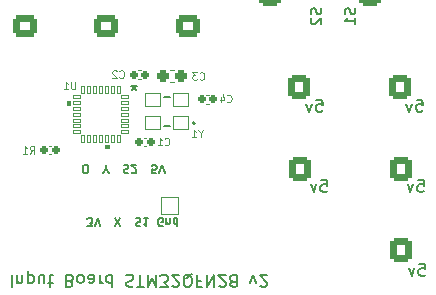
<source format=gbr>
%TF.GenerationSoftware,KiCad,Pcbnew,7.0.7*%
%TF.CreationDate,2023-09-01T18:47:46-05:00*%
%TF.ProjectId,ControlPanelSTM32QFN28,436f6e74-726f-46c5-9061-6e656c53544d,rev?*%
%TF.SameCoordinates,Original*%
%TF.FileFunction,Legend,Bot*%
%TF.FilePolarity,Positive*%
%FSLAX46Y46*%
G04 Gerber Fmt 4.6, Leading zero omitted, Abs format (unit mm)*
G04 Created by KiCad (PCBNEW 7.0.7) date 2023-09-01 18:47:46*
%MOMM*%
%LPD*%
G01*
G04 APERTURE LIST*
G04 Aperture macros list*
%AMRoundRect*
0 Rectangle with rounded corners*
0 $1 Rounding radius*
0 $2 $3 $4 $5 $6 $7 $8 $9 X,Y pos of 4 corners*
0 Add a 4 corners polygon primitive as box body*
4,1,4,$2,$3,$4,$5,$6,$7,$8,$9,$2,$3,0*
0 Add four circle primitives for the rounded corners*
1,1,$1+$1,$2,$3*
1,1,$1+$1,$4,$5*
1,1,$1+$1,$6,$7*
1,1,$1+$1,$8,$9*
0 Add four rect primitives between the rounded corners*
20,1,$1+$1,$2,$3,$4,$5,0*
20,1,$1+$1,$4,$5,$6,$7,0*
20,1,$1+$1,$6,$7,$8,$9,0*
20,1,$1+$1,$8,$9,$2,$3,0*%
G04 Aperture macros list end*
%ADD10C,0.175000*%
%ADD11C,0.152400*%
%ADD12C,0.187500*%
%ADD13C,0.101600*%
%ADD14C,0.150000*%
%ADD15C,0.120000*%
%ADD16C,0.127000*%
%ADD17C,0.200000*%
%ADD18C,0.100000*%
%ADD19RoundRect,0.191000X-0.140000X-0.170000X0.140000X-0.170000X0.140000X0.170000X-0.140000X0.170000X0*%
%ADD20RoundRect,0.191000X0.140000X0.170000X-0.140000X0.170000X-0.140000X-0.170000X0.140000X-0.170000X0*%
%ADD21RoundRect,0.276000X0.225000X0.250000X-0.225000X0.250000X-0.225000X-0.250000X0.225000X-0.250000X0*%
%ADD22C,1.092600*%
%ADD23C,3.102000*%
%ADD24RoundRect,0.301000X-0.600000X-0.750000X0.600000X-0.750000X0.600000X0.750000X-0.600000X0.750000X0*%
%ADD25O,1.802000X2.102000*%
%ADD26RoundRect,0.301000X0.600000X0.750000X-0.600000X0.750000X-0.600000X-0.750000X0.600000X-0.750000X0*%
%ADD27C,3.352000*%
%ADD28RoundRect,0.051000X-0.750000X-0.750000X0.750000X-0.750000X0.750000X0.750000X-0.750000X0.750000X0*%
%ADD29C,1.602000*%
%ADD30O,1.361000X2.464000*%
%ADD31RoundRect,0.301000X0.750000X-0.600000X0.750000X0.600000X-0.750000X0.600000X-0.750000X-0.600000X0*%
%ADD32O,2.102000X1.802000*%
%ADD33RoundRect,0.051000X0.650000X0.550000X-0.650000X0.550000X-0.650000X-0.550000X0.650000X-0.550000X0*%
%ADD34RoundRect,0.051000X0.299974X-0.149987X0.299974X0.149987X-0.299974X0.149987X-0.299974X-0.149987X0*%
%ADD35RoundRect,0.051000X0.149987X0.299974X-0.149987X0.299974X-0.149987X-0.299974X0.149987X-0.299974X0*%
G04 APERTURE END LIST*
D10*
X146759200Y-108176266D02*
X147192533Y-108176266D01*
X147192533Y-108176266D02*
X146959200Y-107909600D01*
X146959200Y-107909600D02*
X147059200Y-107909600D01*
X147059200Y-107909600D02*
X147125866Y-107876266D01*
X147125866Y-107876266D02*
X147159200Y-107842933D01*
X147159200Y-107842933D02*
X147192533Y-107776266D01*
X147192533Y-107776266D02*
X147192533Y-107609600D01*
X147192533Y-107609600D02*
X147159200Y-107542933D01*
X147159200Y-107542933D02*
X147125866Y-107509600D01*
X147125866Y-107509600D02*
X147059200Y-107476266D01*
X147059200Y-107476266D02*
X146859200Y-107476266D01*
X146859200Y-107476266D02*
X146792533Y-107509600D01*
X146792533Y-107509600D02*
X146759200Y-107542933D01*
X147392533Y-108176266D02*
X147625867Y-107476266D01*
X147625867Y-107476266D02*
X147859200Y-108176266D01*
X149092533Y-108176266D02*
X149559199Y-107476266D01*
X149559199Y-108176266D02*
X149092533Y-107476266D01*
X150859199Y-107509600D02*
X150959199Y-107476266D01*
X150959199Y-107476266D02*
X151125866Y-107476266D01*
X151125866Y-107476266D02*
X151192532Y-107509600D01*
X151192532Y-107509600D02*
X151225866Y-107542933D01*
X151225866Y-107542933D02*
X151259199Y-107609600D01*
X151259199Y-107609600D02*
X151259199Y-107676266D01*
X151259199Y-107676266D02*
X151225866Y-107742933D01*
X151225866Y-107742933D02*
X151192532Y-107776266D01*
X151192532Y-107776266D02*
X151125866Y-107809600D01*
X151125866Y-107809600D02*
X150992532Y-107842933D01*
X150992532Y-107842933D02*
X150925866Y-107876266D01*
X150925866Y-107876266D02*
X150892532Y-107909600D01*
X150892532Y-107909600D02*
X150859199Y-107976266D01*
X150859199Y-107976266D02*
X150859199Y-108042933D01*
X150859199Y-108042933D02*
X150892532Y-108109600D01*
X150892532Y-108109600D02*
X150925866Y-108142933D01*
X150925866Y-108142933D02*
X150992532Y-108176266D01*
X150992532Y-108176266D02*
X151159199Y-108176266D01*
X151159199Y-108176266D02*
X151259199Y-108142933D01*
X151925866Y-107476266D02*
X151525866Y-107476266D01*
X151725866Y-107476266D02*
X151725866Y-108176266D01*
X151725866Y-108176266D02*
X151659199Y-108076266D01*
X151659199Y-108076266D02*
X151592533Y-108009600D01*
X151592533Y-108009600D02*
X151525866Y-107976266D01*
X153125866Y-108142933D02*
X153059199Y-108176266D01*
X153059199Y-108176266D02*
X152959199Y-108176266D01*
X152959199Y-108176266D02*
X152859199Y-108142933D01*
X152859199Y-108142933D02*
X152792533Y-108076266D01*
X152792533Y-108076266D02*
X152759199Y-108009600D01*
X152759199Y-108009600D02*
X152725866Y-107876266D01*
X152725866Y-107876266D02*
X152725866Y-107776266D01*
X152725866Y-107776266D02*
X152759199Y-107642933D01*
X152759199Y-107642933D02*
X152792533Y-107576266D01*
X152792533Y-107576266D02*
X152859199Y-107509600D01*
X152859199Y-107509600D02*
X152959199Y-107476266D01*
X152959199Y-107476266D02*
X153025866Y-107476266D01*
X153025866Y-107476266D02*
X153125866Y-107509600D01*
X153125866Y-107509600D02*
X153159199Y-107542933D01*
X153159199Y-107542933D02*
X153159199Y-107776266D01*
X153159199Y-107776266D02*
X153025866Y-107776266D01*
X153459199Y-107942933D02*
X153459199Y-107476266D01*
X153459199Y-107876266D02*
X153492533Y-107909600D01*
X153492533Y-107909600D02*
X153559199Y-107942933D01*
X153559199Y-107942933D02*
X153659199Y-107942933D01*
X153659199Y-107942933D02*
X153725866Y-107909600D01*
X153725866Y-107909600D02*
X153759199Y-107842933D01*
X153759199Y-107842933D02*
X153759199Y-107476266D01*
X154392532Y-107476266D02*
X154392532Y-108176266D01*
X154392532Y-107509600D02*
X154325866Y-107476266D01*
X154325866Y-107476266D02*
X154192532Y-107476266D01*
X154192532Y-107476266D02*
X154125866Y-107509600D01*
X154125866Y-107509600D02*
X154092532Y-107542933D01*
X154092532Y-107542933D02*
X154059199Y-107609600D01*
X154059199Y-107609600D02*
X154059199Y-107809600D01*
X154059199Y-107809600D02*
X154092532Y-107876266D01*
X154092532Y-107876266D02*
X154125866Y-107909600D01*
X154125866Y-107909600D02*
X154192532Y-107942933D01*
X154192532Y-107942933D02*
X154325866Y-107942933D01*
X154325866Y-107942933D02*
X154392532Y-107909600D01*
X146542534Y-103668266D02*
X146675867Y-103668266D01*
X146675867Y-103668266D02*
X146742534Y-103634933D01*
X146742534Y-103634933D02*
X146809200Y-103568266D01*
X146809200Y-103568266D02*
X146842534Y-103434933D01*
X146842534Y-103434933D02*
X146842534Y-103201600D01*
X146842534Y-103201600D02*
X146809200Y-103068266D01*
X146809200Y-103068266D02*
X146742534Y-103001600D01*
X146742534Y-103001600D02*
X146675867Y-102968266D01*
X146675867Y-102968266D02*
X146542534Y-102968266D01*
X146542534Y-102968266D02*
X146475867Y-103001600D01*
X146475867Y-103001600D02*
X146409200Y-103068266D01*
X146409200Y-103068266D02*
X146375867Y-103201600D01*
X146375867Y-103201600D02*
X146375867Y-103434933D01*
X146375867Y-103434933D02*
X146409200Y-103568266D01*
X146409200Y-103568266D02*
X146475867Y-103634933D01*
X146475867Y-103634933D02*
X146542534Y-103668266D01*
X148342533Y-103301600D02*
X148342533Y-102968266D01*
X148109199Y-103668266D02*
X148342533Y-103301600D01*
X148342533Y-103301600D02*
X148575866Y-103668266D01*
X149842532Y-103001600D02*
X149942532Y-102968266D01*
X149942532Y-102968266D02*
X150109199Y-102968266D01*
X150109199Y-102968266D02*
X150175865Y-103001600D01*
X150175865Y-103001600D02*
X150209199Y-103034933D01*
X150209199Y-103034933D02*
X150242532Y-103101600D01*
X150242532Y-103101600D02*
X150242532Y-103168266D01*
X150242532Y-103168266D02*
X150209199Y-103234933D01*
X150209199Y-103234933D02*
X150175865Y-103268266D01*
X150175865Y-103268266D02*
X150109199Y-103301600D01*
X150109199Y-103301600D02*
X149975865Y-103334933D01*
X149975865Y-103334933D02*
X149909199Y-103368266D01*
X149909199Y-103368266D02*
X149875865Y-103401600D01*
X149875865Y-103401600D02*
X149842532Y-103468266D01*
X149842532Y-103468266D02*
X149842532Y-103534933D01*
X149842532Y-103534933D02*
X149875865Y-103601600D01*
X149875865Y-103601600D02*
X149909199Y-103634933D01*
X149909199Y-103634933D02*
X149975865Y-103668266D01*
X149975865Y-103668266D02*
X150142532Y-103668266D01*
X150142532Y-103668266D02*
X150242532Y-103634933D01*
X150509199Y-103601600D02*
X150542532Y-103634933D01*
X150542532Y-103634933D02*
X150609199Y-103668266D01*
X150609199Y-103668266D02*
X150775866Y-103668266D01*
X150775866Y-103668266D02*
X150842532Y-103634933D01*
X150842532Y-103634933D02*
X150875866Y-103601600D01*
X150875866Y-103601600D02*
X150909199Y-103534933D01*
X150909199Y-103534933D02*
X150909199Y-103468266D01*
X150909199Y-103468266D02*
X150875866Y-103368266D01*
X150875866Y-103368266D02*
X150475866Y-102968266D01*
X150475866Y-102968266D02*
X150909199Y-102968266D01*
X152609199Y-103668266D02*
X152275865Y-103668266D01*
X152275865Y-103668266D02*
X152242532Y-103334933D01*
X152242532Y-103334933D02*
X152275865Y-103368266D01*
X152275865Y-103368266D02*
X152342532Y-103401600D01*
X152342532Y-103401600D02*
X152509199Y-103401600D01*
X152509199Y-103401600D02*
X152575865Y-103368266D01*
X152575865Y-103368266D02*
X152609199Y-103334933D01*
X152609199Y-103334933D02*
X152642532Y-103268266D01*
X152642532Y-103268266D02*
X152642532Y-103101600D01*
X152642532Y-103101600D02*
X152609199Y-103034933D01*
X152609199Y-103034933D02*
X152575865Y-103001600D01*
X152575865Y-103001600D02*
X152509199Y-102968266D01*
X152509199Y-102968266D02*
X152342532Y-102968266D01*
X152342532Y-102968266D02*
X152275865Y-103001600D01*
X152275865Y-103001600D02*
X152242532Y-103034933D01*
X152842532Y-103668266D02*
X153075866Y-102968266D01*
X153075866Y-102968266D02*
X153309199Y-103668266D01*
D11*
X166145142Y-97446095D02*
X166628952Y-97446095D01*
X166628952Y-97446095D02*
X166677333Y-97929905D01*
X166677333Y-97929905D02*
X166628952Y-97881524D01*
X166628952Y-97881524D02*
X166532190Y-97833143D01*
X166532190Y-97833143D02*
X166290285Y-97833143D01*
X166290285Y-97833143D02*
X166193523Y-97881524D01*
X166193523Y-97881524D02*
X166145142Y-97929905D01*
X166145142Y-97929905D02*
X166096761Y-98026667D01*
X166096761Y-98026667D02*
X166096761Y-98268572D01*
X166096761Y-98268572D02*
X166145142Y-98365334D01*
X166145142Y-98365334D02*
X166193523Y-98413715D01*
X166193523Y-98413715D02*
X166290285Y-98462095D01*
X166290285Y-98462095D02*
X166532190Y-98462095D01*
X166532190Y-98462095D02*
X166628952Y-98413715D01*
X166628952Y-98413715D02*
X166677333Y-98365334D01*
X165758095Y-97784762D02*
X165516190Y-98462095D01*
X165516190Y-98462095D02*
X165274285Y-97784762D01*
X166545142Y-104246095D02*
X167028952Y-104246095D01*
X167028952Y-104246095D02*
X167077333Y-104729905D01*
X167077333Y-104729905D02*
X167028952Y-104681524D01*
X167028952Y-104681524D02*
X166932190Y-104633143D01*
X166932190Y-104633143D02*
X166690285Y-104633143D01*
X166690285Y-104633143D02*
X166593523Y-104681524D01*
X166593523Y-104681524D02*
X166545142Y-104729905D01*
X166545142Y-104729905D02*
X166496761Y-104826667D01*
X166496761Y-104826667D02*
X166496761Y-105068572D01*
X166496761Y-105068572D02*
X166545142Y-105165334D01*
X166545142Y-105165334D02*
X166593523Y-105213715D01*
X166593523Y-105213715D02*
X166690285Y-105262095D01*
X166690285Y-105262095D02*
X166932190Y-105262095D01*
X166932190Y-105262095D02*
X167028952Y-105213715D01*
X167028952Y-105213715D02*
X167077333Y-105165334D01*
X166158095Y-104584762D02*
X165916190Y-105262095D01*
X165916190Y-105262095D02*
X165674285Y-104584762D01*
D12*
X166527896Y-89722666D02*
X166570229Y-89849666D01*
X166570229Y-89849666D02*
X166570229Y-90061333D01*
X166570229Y-90061333D02*
X166527896Y-90145999D01*
X166527896Y-90145999D02*
X166485562Y-90188333D01*
X166485562Y-90188333D02*
X166400896Y-90230666D01*
X166400896Y-90230666D02*
X166316229Y-90230666D01*
X166316229Y-90230666D02*
X166231562Y-90188333D01*
X166231562Y-90188333D02*
X166189229Y-90145999D01*
X166189229Y-90145999D02*
X166146896Y-90061333D01*
X166146896Y-90061333D02*
X166104562Y-89891999D01*
X166104562Y-89891999D02*
X166062229Y-89807333D01*
X166062229Y-89807333D02*
X166019896Y-89764999D01*
X166019896Y-89764999D02*
X165935229Y-89722666D01*
X165935229Y-89722666D02*
X165850562Y-89722666D01*
X165850562Y-89722666D02*
X165765896Y-89764999D01*
X165765896Y-89764999D02*
X165723562Y-89807333D01*
X165723562Y-89807333D02*
X165681229Y-89891999D01*
X165681229Y-89891999D02*
X165681229Y-90103666D01*
X165681229Y-90103666D02*
X165723562Y-90230666D01*
X165765896Y-90569333D02*
X165723562Y-90611666D01*
X165723562Y-90611666D02*
X165681229Y-90696333D01*
X165681229Y-90696333D02*
X165681229Y-90908000D01*
X165681229Y-90908000D02*
X165723562Y-90992666D01*
X165723562Y-90992666D02*
X165765896Y-91035000D01*
X165765896Y-91035000D02*
X165850562Y-91077333D01*
X165850562Y-91077333D02*
X165935229Y-91077333D01*
X165935229Y-91077333D02*
X166062229Y-91035000D01*
X166062229Y-91035000D02*
X166570229Y-90527000D01*
X166570229Y-90527000D02*
X166570229Y-91077333D01*
X169390476Y-89722666D02*
X169432809Y-89849666D01*
X169432809Y-89849666D02*
X169432809Y-90061333D01*
X169432809Y-90061333D02*
X169390476Y-90145999D01*
X169390476Y-90145999D02*
X169348142Y-90188333D01*
X169348142Y-90188333D02*
X169263476Y-90230666D01*
X169263476Y-90230666D02*
X169178809Y-90230666D01*
X169178809Y-90230666D02*
X169094142Y-90188333D01*
X169094142Y-90188333D02*
X169051809Y-90145999D01*
X169051809Y-90145999D02*
X169009476Y-90061333D01*
X169009476Y-90061333D02*
X168967142Y-89891999D01*
X168967142Y-89891999D02*
X168924809Y-89807333D01*
X168924809Y-89807333D02*
X168882476Y-89764999D01*
X168882476Y-89764999D02*
X168797809Y-89722666D01*
X168797809Y-89722666D02*
X168713142Y-89722666D01*
X168713142Y-89722666D02*
X168628476Y-89764999D01*
X168628476Y-89764999D02*
X168586142Y-89807333D01*
X168586142Y-89807333D02*
X168543809Y-89891999D01*
X168543809Y-89891999D02*
X168543809Y-90103666D01*
X168543809Y-90103666D02*
X168586142Y-90230666D01*
X169432809Y-91077333D02*
X169432809Y-90569333D01*
X169432809Y-90823333D02*
X168543809Y-90823333D01*
X168543809Y-90823333D02*
X168670809Y-90738666D01*
X168670809Y-90738666D02*
X168755476Y-90654000D01*
X168755476Y-90654000D02*
X168797809Y-90569333D01*
D11*
X174845142Y-111346095D02*
X175328952Y-111346095D01*
X175328952Y-111346095D02*
X175377333Y-111829905D01*
X175377333Y-111829905D02*
X175328952Y-111781524D01*
X175328952Y-111781524D02*
X175232190Y-111733143D01*
X175232190Y-111733143D02*
X174990285Y-111733143D01*
X174990285Y-111733143D02*
X174893523Y-111781524D01*
X174893523Y-111781524D02*
X174845142Y-111829905D01*
X174845142Y-111829905D02*
X174796761Y-111926667D01*
X174796761Y-111926667D02*
X174796761Y-112168572D01*
X174796761Y-112168572D02*
X174845142Y-112265334D01*
X174845142Y-112265334D02*
X174893523Y-112313715D01*
X174893523Y-112313715D02*
X174990285Y-112362095D01*
X174990285Y-112362095D02*
X175232190Y-112362095D01*
X175232190Y-112362095D02*
X175328952Y-112313715D01*
X175328952Y-112313715D02*
X175377333Y-112265334D01*
X174458095Y-111684762D02*
X174216190Y-112362095D01*
X174216190Y-112362095D02*
X173974285Y-111684762D01*
X174645142Y-97446095D02*
X175128952Y-97446095D01*
X175128952Y-97446095D02*
X175177333Y-97929905D01*
X175177333Y-97929905D02*
X175128952Y-97881524D01*
X175128952Y-97881524D02*
X175032190Y-97833143D01*
X175032190Y-97833143D02*
X174790285Y-97833143D01*
X174790285Y-97833143D02*
X174693523Y-97881524D01*
X174693523Y-97881524D02*
X174645142Y-97929905D01*
X174645142Y-97929905D02*
X174596761Y-98026667D01*
X174596761Y-98026667D02*
X174596761Y-98268572D01*
X174596761Y-98268572D02*
X174645142Y-98365334D01*
X174645142Y-98365334D02*
X174693523Y-98413715D01*
X174693523Y-98413715D02*
X174790285Y-98462095D01*
X174790285Y-98462095D02*
X175032190Y-98462095D01*
X175032190Y-98462095D02*
X175128952Y-98413715D01*
X175128952Y-98413715D02*
X175177333Y-98365334D01*
X174258095Y-97784762D02*
X174016190Y-98462095D01*
X174016190Y-98462095D02*
X173774285Y-97784762D01*
X174745142Y-104246095D02*
X175228952Y-104246095D01*
X175228952Y-104246095D02*
X175277333Y-104729905D01*
X175277333Y-104729905D02*
X175228952Y-104681524D01*
X175228952Y-104681524D02*
X175132190Y-104633143D01*
X175132190Y-104633143D02*
X174890285Y-104633143D01*
X174890285Y-104633143D02*
X174793523Y-104681524D01*
X174793523Y-104681524D02*
X174745142Y-104729905D01*
X174745142Y-104729905D02*
X174696761Y-104826667D01*
X174696761Y-104826667D02*
X174696761Y-105068572D01*
X174696761Y-105068572D02*
X174745142Y-105165334D01*
X174745142Y-105165334D02*
X174793523Y-105213715D01*
X174793523Y-105213715D02*
X174890285Y-105262095D01*
X174890285Y-105262095D02*
X175132190Y-105262095D01*
X175132190Y-105262095D02*
X175228952Y-105213715D01*
X175228952Y-105213715D02*
X175277333Y-105165334D01*
X174358095Y-104584762D02*
X174116190Y-105262095D01*
X174116190Y-105262095D02*
X173874285Y-104584762D01*
D12*
X140341048Y-112289729D02*
X140341048Y-113305729D01*
X140824858Y-112967062D02*
X140824858Y-112289729D01*
X140824858Y-112870300D02*
X140873239Y-112918681D01*
X140873239Y-112918681D02*
X140970001Y-112967062D01*
X140970001Y-112967062D02*
X141115144Y-112967062D01*
X141115144Y-112967062D02*
X141211906Y-112918681D01*
X141211906Y-112918681D02*
X141260287Y-112821919D01*
X141260287Y-112821919D02*
X141260287Y-112289729D01*
X141744096Y-112967062D02*
X141744096Y-111951062D01*
X141744096Y-112918681D02*
X141840858Y-112967062D01*
X141840858Y-112967062D02*
X142034382Y-112967062D01*
X142034382Y-112967062D02*
X142131144Y-112918681D01*
X142131144Y-112918681D02*
X142179525Y-112870300D01*
X142179525Y-112870300D02*
X142227906Y-112773538D01*
X142227906Y-112773538D02*
X142227906Y-112483252D01*
X142227906Y-112483252D02*
X142179525Y-112386490D01*
X142179525Y-112386490D02*
X142131144Y-112338110D01*
X142131144Y-112338110D02*
X142034382Y-112289729D01*
X142034382Y-112289729D02*
X141840858Y-112289729D01*
X141840858Y-112289729D02*
X141744096Y-112338110D01*
X143098763Y-112967062D02*
X143098763Y-112289729D01*
X142663334Y-112967062D02*
X142663334Y-112434871D01*
X142663334Y-112434871D02*
X142711715Y-112338110D01*
X142711715Y-112338110D02*
X142808477Y-112289729D01*
X142808477Y-112289729D02*
X142953620Y-112289729D01*
X142953620Y-112289729D02*
X143050382Y-112338110D01*
X143050382Y-112338110D02*
X143098763Y-112386490D01*
X143437429Y-112967062D02*
X143824477Y-112967062D01*
X143582572Y-113305729D02*
X143582572Y-112434871D01*
X143582572Y-112434871D02*
X143630953Y-112338110D01*
X143630953Y-112338110D02*
X143727715Y-112289729D01*
X143727715Y-112289729D02*
X143824477Y-112289729D01*
X145275905Y-112821919D02*
X145421048Y-112773538D01*
X145421048Y-112773538D02*
X145469429Y-112725157D01*
X145469429Y-112725157D02*
X145517810Y-112628395D01*
X145517810Y-112628395D02*
X145517810Y-112483252D01*
X145517810Y-112483252D02*
X145469429Y-112386490D01*
X145469429Y-112386490D02*
X145421048Y-112338110D01*
X145421048Y-112338110D02*
X145324286Y-112289729D01*
X145324286Y-112289729D02*
X144937238Y-112289729D01*
X144937238Y-112289729D02*
X144937238Y-113305729D01*
X144937238Y-113305729D02*
X145275905Y-113305729D01*
X145275905Y-113305729D02*
X145372667Y-113257348D01*
X145372667Y-113257348D02*
X145421048Y-113208967D01*
X145421048Y-113208967D02*
X145469429Y-113112205D01*
X145469429Y-113112205D02*
X145469429Y-113015443D01*
X145469429Y-113015443D02*
X145421048Y-112918681D01*
X145421048Y-112918681D02*
X145372667Y-112870300D01*
X145372667Y-112870300D02*
X145275905Y-112821919D01*
X145275905Y-112821919D02*
X144937238Y-112821919D01*
X146098381Y-112289729D02*
X146001619Y-112338110D01*
X146001619Y-112338110D02*
X145953238Y-112386490D01*
X145953238Y-112386490D02*
X145904857Y-112483252D01*
X145904857Y-112483252D02*
X145904857Y-112773538D01*
X145904857Y-112773538D02*
X145953238Y-112870300D01*
X145953238Y-112870300D02*
X146001619Y-112918681D01*
X146001619Y-112918681D02*
X146098381Y-112967062D01*
X146098381Y-112967062D02*
X146243524Y-112967062D01*
X146243524Y-112967062D02*
X146340286Y-112918681D01*
X146340286Y-112918681D02*
X146388667Y-112870300D01*
X146388667Y-112870300D02*
X146437048Y-112773538D01*
X146437048Y-112773538D02*
X146437048Y-112483252D01*
X146437048Y-112483252D02*
X146388667Y-112386490D01*
X146388667Y-112386490D02*
X146340286Y-112338110D01*
X146340286Y-112338110D02*
X146243524Y-112289729D01*
X146243524Y-112289729D02*
X146098381Y-112289729D01*
X147307905Y-112289729D02*
X147307905Y-112821919D01*
X147307905Y-112821919D02*
X147259524Y-112918681D01*
X147259524Y-112918681D02*
X147162762Y-112967062D01*
X147162762Y-112967062D02*
X146969238Y-112967062D01*
X146969238Y-112967062D02*
X146872476Y-112918681D01*
X147307905Y-112338110D02*
X147211143Y-112289729D01*
X147211143Y-112289729D02*
X146969238Y-112289729D01*
X146969238Y-112289729D02*
X146872476Y-112338110D01*
X146872476Y-112338110D02*
X146824095Y-112434871D01*
X146824095Y-112434871D02*
X146824095Y-112531633D01*
X146824095Y-112531633D02*
X146872476Y-112628395D01*
X146872476Y-112628395D02*
X146969238Y-112676776D01*
X146969238Y-112676776D02*
X147211143Y-112676776D01*
X147211143Y-112676776D02*
X147307905Y-112725157D01*
X147791714Y-112289729D02*
X147791714Y-112967062D01*
X147791714Y-112773538D02*
X147840095Y-112870300D01*
X147840095Y-112870300D02*
X147888476Y-112918681D01*
X147888476Y-112918681D02*
X147985238Y-112967062D01*
X147985238Y-112967062D02*
X148082000Y-112967062D01*
X148856095Y-112289729D02*
X148856095Y-113305729D01*
X148856095Y-112338110D02*
X148759333Y-112289729D01*
X148759333Y-112289729D02*
X148565809Y-112289729D01*
X148565809Y-112289729D02*
X148469047Y-112338110D01*
X148469047Y-112338110D02*
X148420666Y-112386490D01*
X148420666Y-112386490D02*
X148372285Y-112483252D01*
X148372285Y-112483252D02*
X148372285Y-112773538D01*
X148372285Y-112773538D02*
X148420666Y-112870300D01*
X148420666Y-112870300D02*
X148469047Y-112918681D01*
X148469047Y-112918681D02*
X148565809Y-112967062D01*
X148565809Y-112967062D02*
X148759333Y-112967062D01*
X148759333Y-112967062D02*
X148856095Y-112918681D01*
X150065618Y-112338110D02*
X150210761Y-112289729D01*
X150210761Y-112289729D02*
X150452666Y-112289729D01*
X150452666Y-112289729D02*
X150549428Y-112338110D01*
X150549428Y-112338110D02*
X150597809Y-112386490D01*
X150597809Y-112386490D02*
X150646190Y-112483252D01*
X150646190Y-112483252D02*
X150646190Y-112580014D01*
X150646190Y-112580014D02*
X150597809Y-112676776D01*
X150597809Y-112676776D02*
X150549428Y-112725157D01*
X150549428Y-112725157D02*
X150452666Y-112773538D01*
X150452666Y-112773538D02*
X150259142Y-112821919D01*
X150259142Y-112821919D02*
X150162380Y-112870300D01*
X150162380Y-112870300D02*
X150113999Y-112918681D01*
X150113999Y-112918681D02*
X150065618Y-113015443D01*
X150065618Y-113015443D02*
X150065618Y-113112205D01*
X150065618Y-113112205D02*
X150113999Y-113208967D01*
X150113999Y-113208967D02*
X150162380Y-113257348D01*
X150162380Y-113257348D02*
X150259142Y-113305729D01*
X150259142Y-113305729D02*
X150501047Y-113305729D01*
X150501047Y-113305729D02*
X150646190Y-113257348D01*
X150936475Y-113305729D02*
X151517047Y-113305729D01*
X151226761Y-112289729D02*
X151226761Y-113305729D01*
X151855713Y-112289729D02*
X151855713Y-113305729D01*
X151855713Y-113305729D02*
X152194380Y-112580014D01*
X152194380Y-112580014D02*
X152533047Y-113305729D01*
X152533047Y-113305729D02*
X152533047Y-112289729D01*
X152920094Y-113305729D02*
X153549047Y-113305729D01*
X153549047Y-113305729D02*
X153210380Y-112918681D01*
X153210380Y-112918681D02*
X153355523Y-112918681D01*
X153355523Y-112918681D02*
X153452285Y-112870300D01*
X153452285Y-112870300D02*
X153500666Y-112821919D01*
X153500666Y-112821919D02*
X153549047Y-112725157D01*
X153549047Y-112725157D02*
X153549047Y-112483252D01*
X153549047Y-112483252D02*
X153500666Y-112386490D01*
X153500666Y-112386490D02*
X153452285Y-112338110D01*
X153452285Y-112338110D02*
X153355523Y-112289729D01*
X153355523Y-112289729D02*
X153065237Y-112289729D01*
X153065237Y-112289729D02*
X152968475Y-112338110D01*
X152968475Y-112338110D02*
X152920094Y-112386490D01*
X153936094Y-113208967D02*
X153984475Y-113257348D01*
X153984475Y-113257348D02*
X154081237Y-113305729D01*
X154081237Y-113305729D02*
X154323142Y-113305729D01*
X154323142Y-113305729D02*
X154419904Y-113257348D01*
X154419904Y-113257348D02*
X154468285Y-113208967D01*
X154468285Y-113208967D02*
X154516666Y-113112205D01*
X154516666Y-113112205D02*
X154516666Y-113015443D01*
X154516666Y-113015443D02*
X154468285Y-112870300D01*
X154468285Y-112870300D02*
X153887713Y-112289729D01*
X153887713Y-112289729D02*
X154516666Y-112289729D01*
X155629428Y-112192967D02*
X155532666Y-112241348D01*
X155532666Y-112241348D02*
X155435904Y-112338110D01*
X155435904Y-112338110D02*
X155290761Y-112483252D01*
X155290761Y-112483252D02*
X155193999Y-112531633D01*
X155193999Y-112531633D02*
X155097237Y-112531633D01*
X155145618Y-112289729D02*
X155048856Y-112338110D01*
X155048856Y-112338110D02*
X154952094Y-112434871D01*
X154952094Y-112434871D02*
X154903713Y-112628395D01*
X154903713Y-112628395D02*
X154903713Y-112967062D01*
X154903713Y-112967062D02*
X154952094Y-113160586D01*
X154952094Y-113160586D02*
X155048856Y-113257348D01*
X155048856Y-113257348D02*
X155145618Y-113305729D01*
X155145618Y-113305729D02*
X155339142Y-113305729D01*
X155339142Y-113305729D02*
X155435904Y-113257348D01*
X155435904Y-113257348D02*
X155532666Y-113160586D01*
X155532666Y-113160586D02*
X155581047Y-112967062D01*
X155581047Y-112967062D02*
X155581047Y-112628395D01*
X155581047Y-112628395D02*
X155532666Y-112434871D01*
X155532666Y-112434871D02*
X155435904Y-112338110D01*
X155435904Y-112338110D02*
X155339142Y-112289729D01*
X155339142Y-112289729D02*
X155145618Y-112289729D01*
X156355142Y-112821919D02*
X156016475Y-112821919D01*
X156016475Y-112289729D02*
X156016475Y-113305729D01*
X156016475Y-113305729D02*
X156500285Y-113305729D01*
X156887332Y-112289729D02*
X156887332Y-113305729D01*
X156887332Y-113305729D02*
X157467904Y-112289729D01*
X157467904Y-112289729D02*
X157467904Y-113305729D01*
X157903332Y-113208967D02*
X157951713Y-113257348D01*
X157951713Y-113257348D02*
X158048475Y-113305729D01*
X158048475Y-113305729D02*
X158290380Y-113305729D01*
X158290380Y-113305729D02*
X158387142Y-113257348D01*
X158387142Y-113257348D02*
X158435523Y-113208967D01*
X158435523Y-113208967D02*
X158483904Y-113112205D01*
X158483904Y-113112205D02*
X158483904Y-113015443D01*
X158483904Y-113015443D02*
X158435523Y-112870300D01*
X158435523Y-112870300D02*
X157854951Y-112289729D01*
X157854951Y-112289729D02*
X158483904Y-112289729D01*
X159064475Y-112870300D02*
X158967713Y-112918681D01*
X158967713Y-112918681D02*
X158919332Y-112967062D01*
X158919332Y-112967062D02*
X158870951Y-113063824D01*
X158870951Y-113063824D02*
X158870951Y-113112205D01*
X158870951Y-113112205D02*
X158919332Y-113208967D01*
X158919332Y-113208967D02*
X158967713Y-113257348D01*
X158967713Y-113257348D02*
X159064475Y-113305729D01*
X159064475Y-113305729D02*
X159257999Y-113305729D01*
X159257999Y-113305729D02*
X159354761Y-113257348D01*
X159354761Y-113257348D02*
X159403142Y-113208967D01*
X159403142Y-113208967D02*
X159451523Y-113112205D01*
X159451523Y-113112205D02*
X159451523Y-113063824D01*
X159451523Y-113063824D02*
X159403142Y-112967062D01*
X159403142Y-112967062D02*
X159354761Y-112918681D01*
X159354761Y-112918681D02*
X159257999Y-112870300D01*
X159257999Y-112870300D02*
X159064475Y-112870300D01*
X159064475Y-112870300D02*
X158967713Y-112821919D01*
X158967713Y-112821919D02*
X158919332Y-112773538D01*
X158919332Y-112773538D02*
X158870951Y-112676776D01*
X158870951Y-112676776D02*
X158870951Y-112483252D01*
X158870951Y-112483252D02*
X158919332Y-112386490D01*
X158919332Y-112386490D02*
X158967713Y-112338110D01*
X158967713Y-112338110D02*
X159064475Y-112289729D01*
X159064475Y-112289729D02*
X159257999Y-112289729D01*
X159257999Y-112289729D02*
X159354761Y-112338110D01*
X159354761Y-112338110D02*
X159403142Y-112386490D01*
X159403142Y-112386490D02*
X159451523Y-112483252D01*
X159451523Y-112483252D02*
X159451523Y-112676776D01*
X159451523Y-112676776D02*
X159403142Y-112773538D01*
X159403142Y-112773538D02*
X159354761Y-112821919D01*
X159354761Y-112821919D02*
X159257999Y-112870300D01*
X160564284Y-112967062D02*
X160806189Y-112289729D01*
X160806189Y-112289729D02*
X161048094Y-112967062D01*
X161386760Y-113208967D02*
X161435141Y-113257348D01*
X161435141Y-113257348D02*
X161531903Y-113305729D01*
X161531903Y-113305729D02*
X161773808Y-113305729D01*
X161773808Y-113305729D02*
X161870570Y-113257348D01*
X161870570Y-113257348D02*
X161918951Y-113208967D01*
X161918951Y-113208967D02*
X161967332Y-113112205D01*
X161967332Y-113112205D02*
X161967332Y-113015443D01*
X161967332Y-113015443D02*
X161918951Y-112870300D01*
X161918951Y-112870300D02*
X161338379Y-112289729D01*
X161338379Y-112289729D02*
X161967332Y-112289729D01*
D13*
X141888633Y-102015479D02*
X142100300Y-101713098D01*
X142251490Y-102015479D02*
X142251490Y-101380479D01*
X142251490Y-101380479D02*
X142009585Y-101380479D01*
X142009585Y-101380479D02*
X141949109Y-101410717D01*
X141949109Y-101410717D02*
X141918871Y-101440955D01*
X141918871Y-101440955D02*
X141888633Y-101501431D01*
X141888633Y-101501431D02*
X141888633Y-101592145D01*
X141888633Y-101592145D02*
X141918871Y-101652621D01*
X141918871Y-101652621D02*
X141949109Y-101682860D01*
X141949109Y-101682860D02*
X142009585Y-101713098D01*
X142009585Y-101713098D02*
X142251490Y-101713098D01*
X141283871Y-102015479D02*
X141646728Y-102015479D01*
X141465300Y-102015479D02*
X141465300Y-101380479D01*
X141465300Y-101380479D02*
X141525776Y-101471193D01*
X141525776Y-101471193D02*
X141586252Y-101531669D01*
X141586252Y-101531669D02*
X141646728Y-101561907D01*
X158601833Y-97611602D02*
X158632071Y-97641841D01*
X158632071Y-97641841D02*
X158722785Y-97672079D01*
X158722785Y-97672079D02*
X158783261Y-97672079D01*
X158783261Y-97672079D02*
X158873976Y-97641841D01*
X158873976Y-97641841D02*
X158934452Y-97581364D01*
X158934452Y-97581364D02*
X158964690Y-97520888D01*
X158964690Y-97520888D02*
X158994928Y-97399936D01*
X158994928Y-97399936D02*
X158994928Y-97309221D01*
X158994928Y-97309221D02*
X158964690Y-97188269D01*
X158964690Y-97188269D02*
X158934452Y-97127793D01*
X158934452Y-97127793D02*
X158873976Y-97067317D01*
X158873976Y-97067317D02*
X158783261Y-97037079D01*
X158783261Y-97037079D02*
X158722785Y-97037079D01*
X158722785Y-97037079D02*
X158632071Y-97067317D01*
X158632071Y-97067317D02*
X158601833Y-97097555D01*
X158057547Y-97248745D02*
X158057547Y-97672079D01*
X158208738Y-97006841D02*
X158359928Y-97460412D01*
X158359928Y-97460412D02*
X157966833Y-97460412D01*
X156265033Y-95706602D02*
X156295271Y-95736841D01*
X156295271Y-95736841D02*
X156385985Y-95767079D01*
X156385985Y-95767079D02*
X156446461Y-95767079D01*
X156446461Y-95767079D02*
X156537176Y-95736841D01*
X156537176Y-95736841D02*
X156597652Y-95676364D01*
X156597652Y-95676364D02*
X156627890Y-95615888D01*
X156627890Y-95615888D02*
X156658128Y-95494936D01*
X156658128Y-95494936D02*
X156658128Y-95404221D01*
X156658128Y-95404221D02*
X156627890Y-95283269D01*
X156627890Y-95283269D02*
X156597652Y-95222793D01*
X156597652Y-95222793D02*
X156537176Y-95162317D01*
X156537176Y-95162317D02*
X156446461Y-95132079D01*
X156446461Y-95132079D02*
X156385985Y-95132079D01*
X156385985Y-95132079D02*
X156295271Y-95162317D01*
X156295271Y-95162317D02*
X156265033Y-95192555D01*
X156053366Y-95132079D02*
X155660271Y-95132079D01*
X155660271Y-95132079D02*
X155871938Y-95373983D01*
X155871938Y-95373983D02*
X155781223Y-95373983D01*
X155781223Y-95373983D02*
X155720747Y-95404221D01*
X155720747Y-95404221D02*
X155690509Y-95434460D01*
X155690509Y-95434460D02*
X155660271Y-95494936D01*
X155660271Y-95494936D02*
X155660271Y-95646126D01*
X155660271Y-95646126D02*
X155690509Y-95706602D01*
X155690509Y-95706602D02*
X155720747Y-95736841D01*
X155720747Y-95736841D02*
X155781223Y-95767079D01*
X155781223Y-95767079D02*
X155962652Y-95767079D01*
X155962652Y-95767079D02*
X156023128Y-95736841D01*
X156023128Y-95736841D02*
X156053366Y-95706602D01*
X149483233Y-95554202D02*
X149513471Y-95584441D01*
X149513471Y-95584441D02*
X149604185Y-95614679D01*
X149604185Y-95614679D02*
X149664661Y-95614679D01*
X149664661Y-95614679D02*
X149755376Y-95584441D01*
X149755376Y-95584441D02*
X149815852Y-95523964D01*
X149815852Y-95523964D02*
X149846090Y-95463488D01*
X149846090Y-95463488D02*
X149876328Y-95342536D01*
X149876328Y-95342536D02*
X149876328Y-95251821D01*
X149876328Y-95251821D02*
X149846090Y-95130869D01*
X149846090Y-95130869D02*
X149815852Y-95070393D01*
X149815852Y-95070393D02*
X149755376Y-95009917D01*
X149755376Y-95009917D02*
X149664661Y-94979679D01*
X149664661Y-94979679D02*
X149604185Y-94979679D01*
X149604185Y-94979679D02*
X149513471Y-95009917D01*
X149513471Y-95009917D02*
X149483233Y-95040155D01*
X149241328Y-95040155D02*
X149211090Y-95009917D01*
X149211090Y-95009917D02*
X149150614Y-94979679D01*
X149150614Y-94979679D02*
X148999423Y-94979679D01*
X148999423Y-94979679D02*
X148938947Y-95009917D01*
X148938947Y-95009917D02*
X148908709Y-95040155D01*
X148908709Y-95040155D02*
X148878471Y-95100631D01*
X148878471Y-95100631D02*
X148878471Y-95161107D01*
X148878471Y-95161107D02*
X148908709Y-95251821D01*
X148908709Y-95251821D02*
X149271566Y-95614679D01*
X149271566Y-95614679D02*
X148878471Y-95614679D01*
X153318633Y-101269202D02*
X153348871Y-101299441D01*
X153348871Y-101299441D02*
X153439585Y-101329679D01*
X153439585Y-101329679D02*
X153500061Y-101329679D01*
X153500061Y-101329679D02*
X153590776Y-101299441D01*
X153590776Y-101299441D02*
X153651252Y-101238964D01*
X153651252Y-101238964D02*
X153681490Y-101178488D01*
X153681490Y-101178488D02*
X153711728Y-101057536D01*
X153711728Y-101057536D02*
X153711728Y-100966821D01*
X153711728Y-100966821D02*
X153681490Y-100845869D01*
X153681490Y-100845869D02*
X153651252Y-100785393D01*
X153651252Y-100785393D02*
X153590776Y-100724917D01*
X153590776Y-100724917D02*
X153500061Y-100694679D01*
X153500061Y-100694679D02*
X153439585Y-100694679D01*
X153439585Y-100694679D02*
X153348871Y-100724917D01*
X153348871Y-100724917D02*
X153318633Y-100755155D01*
X152713871Y-101329679D02*
X153076728Y-101329679D01*
X152895300Y-101329679D02*
X152895300Y-100694679D01*
X152895300Y-100694679D02*
X152955776Y-100785393D01*
X152955776Y-100785393D02*
X153016252Y-100845869D01*
X153016252Y-100845869D02*
X153076728Y-100876107D01*
X156359981Y-100316098D02*
X156359981Y-100618479D01*
X156571647Y-99983479D02*
X156359981Y-100316098D01*
X156359981Y-100316098D02*
X156148314Y-99983479D01*
X155604028Y-100618479D02*
X155966885Y-100618479D01*
X155785457Y-100618479D02*
X155785457Y-99983479D01*
X155785457Y-99983479D02*
X155845933Y-100074193D01*
X155845933Y-100074193D02*
X155906409Y-100134669D01*
X155906409Y-100134669D02*
X155966885Y-100164907D01*
X145746409Y-95919479D02*
X145746409Y-96433526D01*
X145746409Y-96433526D02*
X145716171Y-96494002D01*
X145716171Y-96494002D02*
X145685933Y-96524241D01*
X145685933Y-96524241D02*
X145625457Y-96554479D01*
X145625457Y-96554479D02*
X145504504Y-96554479D01*
X145504504Y-96554479D02*
X145444028Y-96524241D01*
X145444028Y-96524241D02*
X145413790Y-96494002D01*
X145413790Y-96494002D02*
X145383552Y-96433526D01*
X145383552Y-96433526D02*
X145383552Y-95919479D01*
X144748552Y-96554479D02*
X145111409Y-96554479D01*
X144929981Y-96554479D02*
X144929981Y-95919479D01*
X144929981Y-95919479D02*
X144990457Y-96010193D01*
X144990457Y-96010193D02*
X145050933Y-96070669D01*
X145050933Y-96070669D02*
X145111409Y-96100907D01*
D14*
X150698199Y-96178019D02*
X150698199Y-96416114D01*
X150936294Y-96320876D02*
X150698199Y-96416114D01*
X150698199Y-96416114D02*
X150460104Y-96320876D01*
X150841056Y-96606590D02*
X150698199Y-96416114D01*
X150698199Y-96416114D02*
X150555342Y-96606590D01*
D15*
%TO.C,R1*%
X143478364Y-101341600D02*
X143694036Y-101341600D01*
X143478364Y-102061600D02*
X143694036Y-102061600D01*
%TO.C,C4*%
X157029036Y-97794400D02*
X156813364Y-97794400D01*
X157029036Y-97074400D02*
X156813364Y-97074400D01*
%TO.C,C3*%
X154076980Y-95988600D02*
X153795820Y-95988600D01*
X154076980Y-94968600D02*
X153795820Y-94968600D01*
%TO.C,C2*%
X151072964Y-94966200D02*
X151288636Y-94966200D01*
X151072964Y-95686200D02*
X151288636Y-95686200D01*
%TO.C,C1*%
X151527564Y-100681200D02*
X151743236Y-100681200D01*
X151527564Y-101401200D02*
X151743236Y-101401200D01*
D16*
%TO.C,Y1*%
X153750000Y-99710000D02*
X153250000Y-99710000D01*
X153750000Y-97210000D02*
X153250000Y-97210000D01*
D17*
X155875000Y-99454000D02*
G75*
G03*
X155875000Y-99454000I-100000J0D01*
G01*
%TO.C,U1*%
D18*
X145321326Y-97909740D02*
X145067326Y-97909740D01*
X145067326Y-97528740D01*
X145321326Y-97528740D01*
X145321326Y-97909740D01*
G36*
X145321326Y-97909740D02*
G01*
X145067326Y-97909740D01*
X145067326Y-97528740D01*
X145321326Y-97528740D01*
X145321326Y-97909740D01*
G37*
X148610880Y-101572674D02*
X148229880Y-101572674D01*
X148229880Y-101318674D01*
X148610880Y-101318674D01*
X148610880Y-101572674D01*
G36*
X148610880Y-101572674D02*
G01*
X148229880Y-101572674D01*
X148229880Y-101318674D01*
X148610880Y-101318674D01*
X148610880Y-101572674D01*
G37*
%TD*%
%LPC*%
%TO.C,U1*%
X146175274Y-99870747D02*
X145575326Y-99870747D01*
X145575326Y-99570773D01*
X146175274Y-99570773D01*
X146175274Y-99870747D01*
G36*
X146175274Y-99870747D02*
G01*
X145575326Y-99870747D01*
X145575326Y-99570773D01*
X146175274Y-99570773D01*
X146175274Y-99870747D01*
G37*
X146175274Y-100371127D02*
X145575326Y-100371127D01*
X145575326Y-100071153D01*
X146175274Y-100071153D01*
X146175274Y-100371127D01*
G36*
X146175274Y-100371127D02*
G01*
X145575326Y-100371127D01*
X145575326Y-100071153D01*
X146175274Y-100071153D01*
X146175274Y-100371127D01*
G37*
X147069227Y-96975274D02*
X146769253Y-96975274D01*
X146769253Y-96375326D01*
X147069227Y-96375326D01*
X147069227Y-96975274D01*
G36*
X147069227Y-96975274D02*
G01*
X146769253Y-96975274D01*
X146769253Y-96375326D01*
X147069227Y-96375326D01*
X147069227Y-96975274D01*
G37*
X150264674Y-99370367D02*
X149664726Y-99370367D01*
X149664726Y-99070393D01*
X150264674Y-99070393D01*
X150264674Y-99370367D01*
G36*
X150264674Y-99370367D02*
G01*
X149664726Y-99370367D01*
X149664726Y-99070393D01*
X150264674Y-99070393D01*
X150264674Y-99370367D01*
G37*
X150264674Y-99870747D02*
X149664726Y-99870747D01*
X149664726Y-99570773D01*
X150264674Y-99570773D01*
X150264674Y-99870747D01*
G36*
X150264674Y-99870747D02*
G01*
X149664726Y-99870747D01*
X149664726Y-99570773D01*
X150264674Y-99570773D01*
X150264674Y-99870747D01*
G37*
X146568847Y-101064674D02*
X146268873Y-101064674D01*
X146268873Y-100464726D01*
X146568847Y-100464726D01*
X146568847Y-101064674D01*
G36*
X146568847Y-101064674D02*
G01*
X146268873Y-101064674D01*
X146268873Y-100464726D01*
X146568847Y-100464726D01*
X146568847Y-101064674D01*
G37*
X150264674Y-100371127D02*
X149664726Y-100371127D01*
X149664726Y-100071153D01*
X150264674Y-100071153D01*
X150264674Y-100371127D01*
G36*
X150264674Y-100371127D02*
G01*
X149664726Y-100371127D01*
X149664726Y-100071153D01*
X150264674Y-100071153D01*
X150264674Y-100371127D01*
G37*
X146175274Y-97869227D02*
X145575326Y-97869227D01*
X145575326Y-97569253D01*
X146175274Y-97569253D01*
X146175274Y-97869227D01*
G36*
X146175274Y-97869227D02*
G01*
X145575326Y-97869227D01*
X145575326Y-97569253D01*
X146175274Y-97569253D01*
X146175274Y-97869227D01*
G37*
X149070747Y-96975274D02*
X148770773Y-96975274D01*
X148770773Y-96375326D01*
X149070747Y-96375326D01*
X149070747Y-96975274D01*
G36*
X149070747Y-96975274D02*
G01*
X148770773Y-96975274D01*
X148770773Y-96375326D01*
X149070747Y-96375326D01*
X149070747Y-96975274D01*
G37*
X149070747Y-101064674D02*
X148770773Y-101064674D01*
X148770773Y-100464726D01*
X149070747Y-100464726D01*
X149070747Y-101064674D01*
G36*
X149070747Y-101064674D02*
G01*
X148770773Y-101064674D01*
X148770773Y-100464726D01*
X149070747Y-100464726D01*
X149070747Y-101064674D01*
G37*
X147069227Y-101064674D02*
X146769253Y-101064674D01*
X146769253Y-100464726D01*
X147069227Y-100464726D01*
X147069227Y-101064674D01*
G36*
X147069227Y-101064674D02*
G01*
X146769253Y-101064674D01*
X146769253Y-100464726D01*
X147069227Y-100464726D01*
X147069227Y-101064674D01*
G37*
X146175274Y-99370367D02*
X145575326Y-99370367D01*
X145575326Y-99070393D01*
X146175274Y-99070393D01*
X146175274Y-99370367D01*
G36*
X146175274Y-99370367D02*
G01*
X145575326Y-99370367D01*
X145575326Y-99070393D01*
X146175274Y-99070393D01*
X146175274Y-99370367D01*
G37*
X150264674Y-97368847D02*
X149664726Y-97368847D01*
X149664726Y-97068873D01*
X150264674Y-97068873D01*
X150264674Y-97368847D01*
G36*
X150264674Y-97368847D02*
G01*
X149664726Y-97368847D01*
X149664726Y-97068873D01*
X150264674Y-97068873D01*
X150264674Y-97368847D01*
G37*
X149571127Y-101064674D02*
X149271153Y-101064674D01*
X149271153Y-100464726D01*
X149571127Y-100464726D01*
X149571127Y-101064674D01*
G36*
X149571127Y-101064674D02*
G01*
X149271153Y-101064674D01*
X149271153Y-100464726D01*
X149571127Y-100464726D01*
X149571127Y-101064674D01*
G37*
X150264674Y-98869987D02*
X149664726Y-98869987D01*
X149664726Y-98570013D01*
X150264674Y-98570013D01*
X150264674Y-98869987D01*
G36*
X150264674Y-98869987D02*
G01*
X149664726Y-98869987D01*
X149664726Y-98570013D01*
X150264674Y-98570013D01*
X150264674Y-98869987D01*
G37*
X148570367Y-101064674D02*
X148270393Y-101064674D01*
X148270393Y-100464726D01*
X148570367Y-100464726D01*
X148570367Y-101064674D01*
G36*
X148570367Y-101064674D02*
G01*
X148270393Y-101064674D01*
X148270393Y-100464726D01*
X148570367Y-100464726D01*
X148570367Y-101064674D01*
G37*
X148069987Y-101064674D02*
X147770013Y-101064674D01*
X147770013Y-100464726D01*
X148069987Y-100464726D01*
X148069987Y-101064674D01*
G36*
X148069987Y-101064674D02*
G01*
X147770013Y-101064674D01*
X147770013Y-100464726D01*
X148069987Y-100464726D01*
X148069987Y-101064674D01*
G37*
X146175274Y-97368847D02*
X145575326Y-97368847D01*
X145575326Y-97068873D01*
X146175274Y-97068873D01*
X146175274Y-97368847D01*
G36*
X146175274Y-97368847D02*
G01*
X145575326Y-97368847D01*
X145575326Y-97068873D01*
X146175274Y-97068873D01*
X146175274Y-97368847D01*
G37*
X147569607Y-101064674D02*
X147269633Y-101064674D01*
X147269633Y-100464726D01*
X147569607Y-100464726D01*
X147569607Y-101064674D01*
G36*
X147569607Y-101064674D02*
G01*
X147269633Y-101064674D01*
X147269633Y-100464726D01*
X147569607Y-100464726D01*
X147569607Y-101064674D01*
G37*
X150264674Y-97869227D02*
X149664726Y-97869227D01*
X149664726Y-97569253D01*
X150264674Y-97569253D01*
X150264674Y-97869227D01*
G36*
X150264674Y-97869227D02*
G01*
X149664726Y-97869227D01*
X149664726Y-97569253D01*
X150264674Y-97569253D01*
X150264674Y-97869227D01*
G37*
X147569607Y-96975274D02*
X147269633Y-96975274D01*
X147269633Y-96375326D01*
X147569607Y-96375326D01*
X147569607Y-96975274D01*
G36*
X147569607Y-96975274D02*
G01*
X147269633Y-96975274D01*
X147269633Y-96375326D01*
X147569607Y-96375326D01*
X147569607Y-96975274D01*
G37*
X150264674Y-98369607D02*
X149664726Y-98369607D01*
X149664726Y-98069633D01*
X150264674Y-98069633D01*
X150264674Y-98369607D01*
G36*
X150264674Y-98369607D02*
G01*
X149664726Y-98369607D01*
X149664726Y-98069633D01*
X150264674Y-98069633D01*
X150264674Y-98369607D01*
G37*
X146568847Y-96975274D02*
X146268873Y-96975274D01*
X146268873Y-96375326D01*
X146568847Y-96375326D01*
X146568847Y-96975274D01*
G36*
X146568847Y-96975274D02*
G01*
X146268873Y-96975274D01*
X146268873Y-96375326D01*
X146568847Y-96375326D01*
X146568847Y-96975274D01*
G37*
X146175274Y-98869987D02*
X145575326Y-98869987D01*
X145575326Y-98570013D01*
X146175274Y-98570013D01*
X146175274Y-98869987D01*
G36*
X146175274Y-98869987D02*
G01*
X145575326Y-98869987D01*
X145575326Y-98570013D01*
X146175274Y-98570013D01*
X146175274Y-98869987D01*
G37*
X146175274Y-98369607D02*
X145575326Y-98369607D01*
X145575326Y-98069633D01*
X146175274Y-98069633D01*
X146175274Y-98369607D01*
G36*
X146175274Y-98369607D02*
G01*
X145575326Y-98369607D01*
X145575326Y-98069633D01*
X146175274Y-98069633D01*
X146175274Y-98369607D01*
G37*
X149571127Y-96975274D02*
X149271153Y-96975274D01*
X149271153Y-96375326D01*
X149571127Y-96375326D01*
X149571127Y-96975274D01*
G36*
X149571127Y-96975274D02*
G01*
X149271153Y-96975274D01*
X149271153Y-96375326D01*
X149571127Y-96375326D01*
X149571127Y-96975274D01*
G37*
X148570367Y-96975274D02*
X148270393Y-96975274D01*
X148270393Y-96375326D01*
X148570367Y-96375326D01*
X148570367Y-96975274D01*
G36*
X148570367Y-96975274D02*
G01*
X148270393Y-96975274D01*
X148270393Y-96375326D01*
X148570367Y-96375326D01*
X148570367Y-96975274D01*
G37*
X148069987Y-96975274D02*
X147770013Y-96975274D01*
X147770013Y-96375326D01*
X148069987Y-96375326D01*
X148069987Y-96975274D01*
G36*
X148069987Y-96975274D02*
G01*
X147770013Y-96975274D01*
X147770013Y-96375326D01*
X148069987Y-96375326D01*
X148069987Y-96975274D01*
G37*
%TD*%
D19*
%TO.C,R1*%
X143106200Y-101701600D03*
X144066200Y-101701600D03*
%TD*%
D20*
%TO.C,C4*%
X157401200Y-97434400D03*
X156441200Y-97434400D03*
%TD*%
D21*
%TO.C,C3*%
X154711400Y-95478600D03*
X153161400Y-95478600D03*
%TD*%
D19*
%TO.C,C2*%
X150700800Y-95326200D03*
X151660800Y-95326200D03*
%TD*%
%TO.C,C1*%
X151155400Y-101041200D03*
X152115400Y-101041200D03*
%TD*%
D22*
%TO.C,J2*%
X135280400Y-102666800D03*
X134264400Y-97586800D03*
X136296400Y-97586800D03*
%TD*%
D23*
%TO.C,*%
X164338000Y-110678000D03*
%TD*%
%TO.C,*%
X136638000Y-110678000D03*
%TD*%
D24*
%TO.C,J11*%
X170700000Y-88500000D03*
D25*
X173200000Y-88500000D03*
%TD*%
D24*
%TO.C,J10*%
X162200000Y-88500000D03*
D25*
X164700000Y-88500000D03*
%TD*%
D26*
%TO.C,J8*%
X164700000Y-96400000D03*
D25*
X162200000Y-96400000D03*
%TD*%
D26*
%TO.C,J12*%
X173200000Y-96400000D03*
D25*
X170700000Y-96400000D03*
%TD*%
D26*
%TO.C,J13*%
X164800000Y-103300000D03*
D25*
X162300000Y-103300000D03*
%TD*%
D26*
%TO.C,J14*%
X173300000Y-103300000D03*
D25*
X170800000Y-103300000D03*
%TD*%
D26*
%TO.C,J15*%
X173300000Y-110200000D03*
D25*
X170800000Y-110200000D03*
%TD*%
D27*
%TO.C,J1*%
X143843280Y-108999020D03*
X156543280Y-108999020D03*
D28*
X153742580Y-106459020D03*
D29*
X152722580Y-104679020D03*
X151712580Y-106459020D03*
X150692580Y-104679020D03*
X149682580Y-106459020D03*
X148662580Y-104679020D03*
X147652580Y-106459020D03*
X146632580Y-104679020D03*
D30*
X142063280Y-106097070D03*
X158323280Y-106097070D03*
%TD*%
D31*
%TO.C,J5*%
X155250000Y-91200000D03*
D32*
X155250000Y-88700000D03*
%TD*%
D31*
%TO.C,J9*%
X134550000Y-91200000D03*
D32*
X134550000Y-88700000D03*
%TD*%
D31*
%TO.C,J7*%
X141450000Y-91200000D03*
D32*
X141450000Y-88700000D03*
%TD*%
D31*
%TO.C,J6*%
X148350000Y-91200000D03*
D32*
X148350000Y-88700000D03*
%TD*%
D33*
%TO.C,Y1*%
X154650000Y-99410000D03*
X152350000Y-99410000D03*
X152350000Y-97510000D03*
X154650000Y-97510000D03*
%TD*%
D34*
%TO.C,U1*%
X149964700Y-97218860D03*
X149964700Y-97719240D03*
X149964700Y-98219620D03*
X149964700Y-98720000D03*
X149964700Y-99220380D03*
X149964700Y-99720760D03*
X149964700Y-100221140D03*
D35*
X149421140Y-100764700D03*
X148920760Y-100764700D03*
X148420380Y-100764700D03*
X147920000Y-100764700D03*
X147419620Y-100764700D03*
X146919240Y-100764700D03*
X146418860Y-100764700D03*
D34*
X145875300Y-100221140D03*
X145875300Y-99720760D03*
X145875300Y-99220380D03*
X145875300Y-98720000D03*
X145875300Y-98219620D03*
X145875300Y-97719240D03*
X145875300Y-97218860D03*
D35*
X146418860Y-96675300D03*
X146919240Y-96675300D03*
X147419620Y-96675300D03*
X147920000Y-96675300D03*
X148420380Y-96675300D03*
X148920760Y-96675300D03*
X149421140Y-96675300D03*
%TD*%
%LPD*%
M02*

</source>
